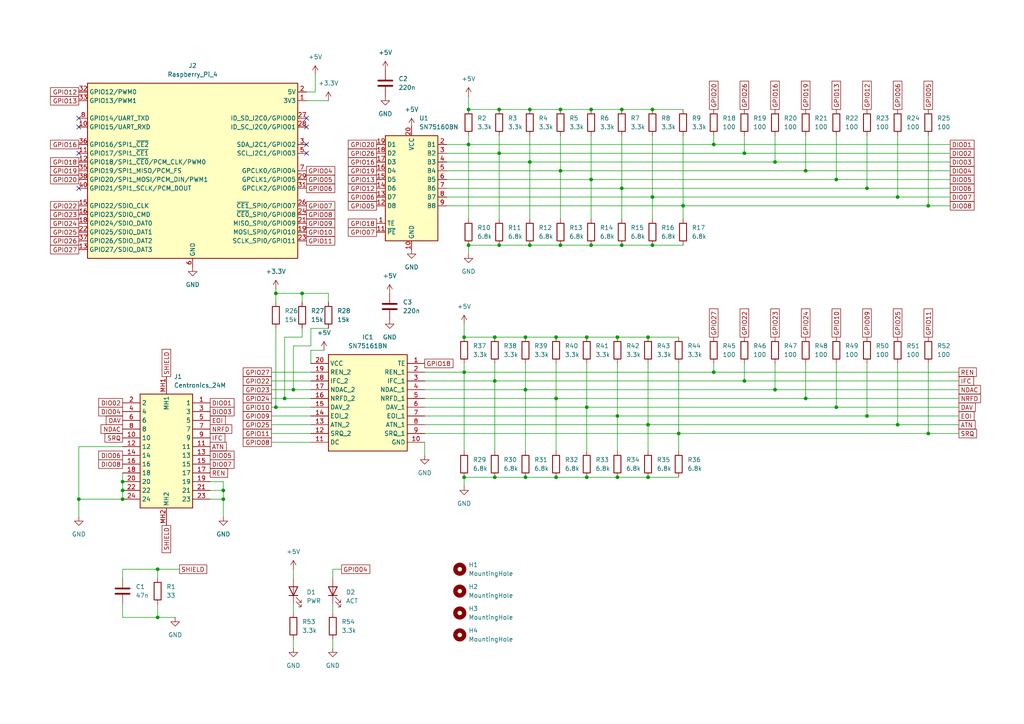
<source format=kicad_sch>
(kicad_sch (version 20231120) (generator "eeschema") (generator_version "8.0")
  (paper "A4")
  (junction (at 242.57 118.11))
  (junction (at 80.01 85.09))
  (junction (at 35.56 144.78))
  (junction (at 134.62 97.79))
  (junction (at 179.07 120.65))
  (junction (at 269.24 59.69))
  (junction (at 80.01 118.11))
  (junction (at 260.35 57.15))
  (junction (at 153.67 31.75))
  (junction (at 207.01 41.91))
  (junction (at 87.63 85.09))
  (junction (at 189.23 57.15))
  (junction (at 215.9 110.49))
  (junction (at 215.9 44.45))
  (junction (at 171.45 71.12))
  (junction (at 233.68 49.53))
  (junction (at 187.96 138.43))
  (junction (at 189.23 31.75))
  (junction (at 144.78 31.75))
  (junction (at 179.07 97.79))
  (junction (at 269.24 125.73))
  (junction (at 152.4 113.03))
  (junction (at 135.89 41.91))
  (junction (at 144.78 44.45))
  (junction (at 196.85 125.73))
  (junction (at 161.29 97.79))
  (junction (at 85.09 113.03))
  (junction (at 152.4 97.79))
  (junction (at 135.89 71.12))
  (junction (at 187.96 97.79))
  (junction (at 152.4 138.43))
  (junction (at 143.51 138.43))
  (junction (at 180.34 31.75))
  (junction (at 135.89 31.75))
  (junction (at 162.56 49.53))
  (junction (at 161.29 138.43))
  (junction (at 143.51 110.49))
  (junction (at 170.18 118.11))
  (junction (at 45.72 165.1))
  (junction (at 134.62 107.95))
  (junction (at 134.62 138.43))
  (junction (at 189.23 71.12))
  (junction (at 45.72 179.07))
  (junction (at 224.79 46.99))
  (junction (at 64.77 144.78))
  (junction (at 82.55 115.57))
  (junction (at 224.79 113.03))
  (junction (at 153.67 71.12))
  (junction (at 144.78 71.12))
  (junction (at 35.56 139.7))
  (junction (at 251.46 54.61))
  (junction (at 242.57 52.07))
  (junction (at 162.56 31.75))
  (junction (at 233.68 115.57))
  (junction (at 187.96 123.19))
  (junction (at 179.07 138.43))
  (junction (at 64.77 142.24))
  (junction (at 162.56 71.12))
  (junction (at 35.56 142.24))
  (junction (at 170.18 97.79))
  (junction (at 161.29 115.57))
  (junction (at 251.46 120.65))
  (junction (at 180.34 71.12))
  (junction (at 198.12 59.69))
  (junction (at 260.35 123.19))
  (junction (at 153.67 46.99))
  (junction (at 170.18 138.43))
  (junction (at 22.86 144.78))
  (junction (at 171.45 31.75))
  (junction (at 207.01 107.95))
  (junction (at 171.45 52.07))
  (junction (at 143.51 97.79))
  (junction (at 180.34 54.61))
  (no_connect (at 22.86 44.45))
  (no_connect (at 22.86 34.29))
  (no_connect (at 88.9 41.91))
  (no_connect (at 88.9 44.45))
  (no_connect (at 22.86 54.61))
  (no_connect (at 22.86 36.83))
  (no_connect (at 88.9 34.29))
  (no_connect (at 88.9 36.83))
  (wire (pts (xy 170.18 118.11) (xy 242.57 118.11)))
  (wire (pts (xy 78.74 123.19) (xy 90.17 123.19)))
  (wire (pts (xy 78.74 113.03) (xy 85.09 113.03)))
  (wire (pts (xy 64.77 142.24) (xy 64.77 144.78)))
  (wire (pts (xy 162.56 39.37) (xy 162.56 49.53)))
  (wire (pts (xy 233.68 39.37) (xy 233.68 49.53)))
  (wire (pts (xy 224.79 46.99) (xy 275.59 46.99)))
  (wire (pts (xy 90.17 95.25) (xy 95.25 95.25)))
  (wire (pts (xy 80.01 85.09) (xy 80.01 87.63)))
  (wire (pts (xy 134.62 97.79) (xy 143.51 97.79)))
  (wire (pts (xy 129.54 49.53) (xy 162.56 49.53)))
  (wire (pts (xy 153.67 39.37) (xy 153.67 46.99)))
  (wire (pts (xy 180.34 31.75) (xy 189.23 31.75)))
  (wire (pts (xy 45.72 165.1) (xy 45.72 167.64)))
  (wire (pts (xy 80.01 85.09) (xy 87.63 85.09)))
  (wire (pts (xy 96.52 175.26) (xy 96.52 177.8)))
  (wire (pts (xy 233.68 49.53) (xy 275.59 49.53)))
  (wire (pts (xy 198.12 59.69) (xy 269.24 59.69)))
  (wire (pts (xy 96.52 165.1) (xy 99.06 165.1)))
  (wire (pts (xy 35.56 139.7) (xy 35.56 142.24)))
  (wire (pts (xy 22.86 144.78) (xy 35.56 144.78)))
  (wire (pts (xy 129.54 57.15) (xy 189.23 57.15)))
  (wire (pts (xy 123.19 125.73) (xy 196.85 125.73)))
  (wire (pts (xy 189.23 39.37) (xy 189.23 57.15)))
  (wire (pts (xy 64.77 144.78) (xy 64.77 149.86)))
  (wire (pts (xy 90.17 101.6) (xy 90.17 105.41)))
  (wire (pts (xy 35.56 137.16) (xy 35.56 139.7)))
  (wire (pts (xy 134.62 105.41) (xy 134.62 107.95)))
  (wire (pts (xy 215.9 110.49) (xy 278.13 110.49)))
  (wire (pts (xy 196.85 125.73) (xy 269.24 125.73)))
  (wire (pts (xy 179.07 97.79) (xy 187.96 97.79)))
  (wire (pts (xy 85.09 100.33) (xy 90.17 100.33)))
  (wire (pts (xy 251.46 39.37) (xy 251.46 54.61)))
  (wire (pts (xy 135.89 31.75) (xy 144.78 31.75)))
  (wire (pts (xy 269.24 39.37) (xy 269.24 59.69)))
  (wire (pts (xy 129.54 46.99) (xy 153.67 46.99)))
  (wire (pts (xy 162.56 71.12) (xy 171.45 71.12)))
  (wire (pts (xy 85.09 185.42) (xy 85.09 187.96)))
  (wire (pts (xy 260.35 105.41) (xy 260.35 123.19)))
  (wire (pts (xy 189.23 57.15) (xy 260.35 57.15)))
  (wire (pts (xy 78.74 107.95) (xy 90.17 107.95)))
  (wire (pts (xy 88.9 26.67) (xy 91.44 26.67)))
  (wire (pts (xy 207.01 105.41) (xy 207.01 107.95)))
  (wire (pts (xy 64.77 139.7) (xy 64.77 142.24)))
  (wire (pts (xy 196.85 105.41) (xy 196.85 125.73)))
  (wire (pts (xy 269.24 125.73) (xy 278.13 125.73)))
  (wire (pts (xy 123.19 118.11) (xy 170.18 118.11)))
  (wire (pts (xy 144.78 71.12) (xy 153.67 71.12)))
  (wire (pts (xy 85.09 175.26) (xy 85.09 177.8)))
  (wire (pts (xy 135.89 41.91) (xy 207.01 41.91)))
  (wire (pts (xy 242.57 39.37) (xy 242.57 52.07)))
  (wire (pts (xy 152.4 130.81) (xy 152.4 113.03)))
  (wire (pts (xy 135.89 63.5) (xy 135.89 41.91)))
  (wire (pts (xy 260.35 57.15) (xy 275.59 57.15)))
  (wire (pts (xy 129.54 52.07) (xy 171.45 52.07)))
  (wire (pts (xy 143.51 138.43) (xy 152.4 138.43)))
  (wire (pts (xy 45.72 165.1) (xy 52.07 165.1)))
  (wire (pts (xy 144.78 44.45) (xy 215.9 44.45)))
  (wire (pts (xy 207.01 107.95) (xy 278.13 107.95)))
  (wire (pts (xy 187.96 138.43) (xy 196.85 138.43)))
  (wire (pts (xy 88.9 29.21) (xy 95.25 29.21)))
  (wire (pts (xy 78.74 120.65) (xy 90.17 120.65)))
  (wire (pts (xy 78.74 115.57) (xy 82.55 115.57)))
  (wire (pts (xy 162.56 31.75) (xy 171.45 31.75)))
  (wire (pts (xy 189.23 57.15) (xy 189.23 63.5)))
  (wire (pts (xy 87.63 85.09) (xy 95.25 85.09)))
  (wire (pts (xy 45.72 175.26) (xy 45.72 179.07)))
  (wire (pts (xy 91.44 26.67) (xy 91.44 21.59)))
  (wire (pts (xy 143.51 97.79) (xy 152.4 97.79)))
  (wire (pts (xy 215.9 105.41) (xy 215.9 110.49)))
  (wire (pts (xy 123.19 110.49) (xy 143.51 110.49)))
  (wire (pts (xy 153.67 31.75) (xy 162.56 31.75)))
  (wire (pts (xy 224.79 39.37) (xy 224.79 46.99)))
  (wire (pts (xy 35.56 129.54) (xy 22.86 129.54)))
  (wire (pts (xy 171.45 31.75) (xy 180.34 31.75)))
  (wire (pts (xy 90.17 100.33) (xy 90.17 95.25)))
  (wire (pts (xy 180.34 54.61) (xy 251.46 54.61)))
  (wire (pts (xy 170.18 138.43) (xy 179.07 138.43)))
  (wire (pts (xy 189.23 31.75) (xy 198.12 31.75)))
  (wire (pts (xy 22.86 129.54) (xy 22.86 144.78)))
  (wire (pts (xy 129.54 54.61) (xy 180.34 54.61)))
  (wire (pts (xy 161.29 138.43) (xy 170.18 138.43)))
  (wire (pts (xy 187.96 105.41) (xy 187.96 123.19)))
  (wire (pts (xy 82.55 115.57) (xy 90.17 115.57)))
  (wire (pts (xy 187.96 97.79) (xy 196.85 97.79)))
  (wire (pts (xy 35.56 179.07) (xy 45.72 179.07)))
  (wire (pts (xy 135.89 39.37) (xy 135.89 41.91)))
  (wire (pts (xy 153.67 46.99) (xy 224.79 46.99)))
  (wire (pts (xy 269.24 59.69) (xy 275.59 59.69)))
  (wire (pts (xy 161.29 115.57) (xy 161.29 130.81)))
  (wire (pts (xy 78.74 118.11) (xy 80.01 118.11)))
  (wire (pts (xy 170.18 118.11) (xy 170.18 130.81)))
  (wire (pts (xy 233.68 105.41) (xy 233.68 115.57)))
  (wire (pts (xy 153.67 71.12) (xy 162.56 71.12)))
  (wire (pts (xy 144.78 39.37) (xy 144.78 44.45)))
  (wire (pts (xy 207.01 41.91) (xy 275.59 41.91)))
  (wire (pts (xy 134.62 138.43) (xy 143.51 138.43)))
  (wire (pts (xy 170.18 97.79) (xy 179.07 97.79)))
  (wire (pts (xy 78.74 110.49) (xy 90.17 110.49)))
  (wire (pts (xy 78.74 125.73) (xy 90.17 125.73)))
  (wire (pts (xy 80.01 95.25) (xy 80.01 118.11)))
  (wire (pts (xy 189.23 71.12) (xy 198.12 71.12)))
  (wire (pts (xy 129.54 44.45) (xy 144.78 44.45)))
  (wire (pts (xy 85.09 113.03) (xy 85.09 100.33)))
  (wire (pts (xy 242.57 105.41) (xy 242.57 118.11)))
  (wire (pts (xy 85.09 165.1) (xy 85.09 167.64)))
  (wire (pts (xy 153.67 46.99) (xy 153.67 63.5)))
  (wire (pts (xy 171.45 71.12) (xy 180.34 71.12)))
  (wire (pts (xy 198.12 59.69) (xy 198.12 63.5)))
  (wire (pts (xy 179.07 105.41) (xy 179.07 120.65)))
  (wire (pts (xy 123.19 115.57) (xy 161.29 115.57)))
  (wire (pts (xy 135.89 71.12) (xy 144.78 71.12)))
  (wire (pts (xy 80.01 83.82) (xy 80.01 85.09)))
  (wire (pts (xy 260.35 123.19) (xy 278.13 123.19)))
  (wire (pts (xy 96.52 185.42) (xy 96.52 187.96)))
  (wire (pts (xy 35.56 142.24) (xy 35.56 144.78)))
  (wire (pts (xy 85.09 113.03) (xy 90.17 113.03)))
  (wire (pts (xy 60.96 139.7) (xy 64.77 139.7)))
  (wire (pts (xy 179.07 138.43) (xy 187.96 138.43)))
  (wire (pts (xy 35.56 175.26) (xy 35.56 179.07)))
  (wire (pts (xy 35.56 165.1) (xy 45.72 165.1)))
  (wire (pts (xy 179.07 120.65) (xy 251.46 120.65)))
  (wire (pts (xy 260.35 39.37) (xy 260.35 57.15)))
  (wire (pts (xy 135.89 71.12) (xy 135.89 73.66)))
  (wire (pts (xy 152.4 105.41) (xy 152.4 113.03)))
  (wire (pts (xy 144.78 31.75) (xy 153.67 31.75)))
  (wire (pts (xy 60.96 144.78) (xy 64.77 144.78)))
  (wire (pts (xy 162.56 49.53) (xy 233.68 49.53)))
  (wire (pts (xy 187.96 123.19) (xy 260.35 123.19)))
  (wire (pts (xy 134.62 138.43) (xy 134.62 140.97)))
  (wire (pts (xy 22.86 144.78) (xy 22.86 149.86)))
  (wire (pts (xy 144.78 44.45) (xy 144.78 63.5)))
  (wire (pts (xy 161.29 115.57) (xy 233.68 115.57)))
  (wire (pts (xy 123.19 107.95) (xy 134.62 107.95)))
  (wire (pts (xy 123.19 113.03) (xy 152.4 113.03)))
  (wire (pts (xy 162.56 49.53) (xy 162.56 63.5)))
  (wire (pts (xy 152.4 113.03) (xy 224.79 113.03)))
  (wire (pts (xy 215.9 44.45) (xy 275.59 44.45)))
  (wire (pts (xy 242.57 118.11) (xy 278.13 118.11)))
  (wire (pts (xy 171.45 52.07) (xy 242.57 52.07)))
  (wire (pts (xy 180.34 71.12) (xy 189.23 71.12)))
  (wire (pts (xy 196.85 125.73) (xy 196.85 130.81)))
  (wire (pts (xy 134.62 107.95) (xy 207.01 107.95)))
  (wire (pts (xy 80.01 118.11) (xy 90.17 118.11)))
  (wire (pts (xy 215.9 39.37) (xy 215.9 44.45)))
  (wire (pts (xy 123.19 120.65) (xy 179.07 120.65)))
  (wire (pts (xy 93.98 101.6) (xy 90.17 101.6)))
  (wire (pts (xy 82.55 115.57) (xy 82.55 97.79)))
  (wire (pts (xy 251.46 105.41) (xy 251.46 120.65)))
  (wire (pts (xy 123.19 128.27) (xy 123.19 132.08)))
  (wire (pts (xy 95.25 87.63) (xy 95.25 85.09)))
  (wire (pts (xy 143.51 105.41) (xy 143.51 110.49)))
  (wire (pts (xy 251.46 54.61) (xy 275.59 54.61)))
  (wire (pts (xy 143.51 110.49) (xy 215.9 110.49)))
  (wire (pts (xy 87.63 97.79) (xy 87.63 95.25)))
  (wire (pts (xy 129.54 41.91) (xy 135.89 41.91)))
  (wire (pts (xy 242.57 52.07) (xy 275.59 52.07)))
  (wire (pts (xy 96.52 167.64) (xy 96.52 165.1)))
  (wire (pts (xy 161.29 105.41) (xy 161.29 115.57)))
  (wire (pts (xy 171.45 39.37) (xy 171.45 52.07)))
  (wire (pts (xy 87.63 87.63) (xy 87.63 85.09)))
  (wire (pts (xy 170.18 105.41) (xy 170.18 118.11)))
  (wire (pts (xy 179.07 120.65) (xy 179.07 130.81)))
  (wire (pts (xy 78.74 128.27) (xy 90.17 128.27)))
  (wire (pts (xy 269.24 105.41) (xy 269.24 125.73)))
  (wire (pts (xy 233.68 115.57) (xy 278.13 115.57)))
  (wire (pts (xy 129.54 59.69) (xy 198.12 59.69)))
  (wire (pts (xy 60.96 142.24) (xy 64.77 142.24)))
  (wire (pts (xy 207.01 39.37) (xy 207.01 41.91)))
  (wire (pts (xy 35.56 167.64) (xy 35.56 165.1)))
  (wire (pts (xy 134.62 107.95) (xy 134.62 130.81)))
  (wire (pts (xy 134.62 93.98) (xy 134.62 97.79)))
  (wire (pts (xy 135.89 27.94) (xy 135.89 31.75)))
  (wire (pts (xy 198.12 39.37) (xy 198.12 59.69)))
  (wire (pts (xy 171.45 52.07) (xy 171.45 63.5)))
  (wire (pts (xy 187.96 123.19) (xy 187.96 130.81)))
  (wire (pts (xy 161.29 97.79) (xy 170.18 97.79)))
  (wire (pts (xy 82.55 97.79) (xy 87.63 97.79)))
  (wire (pts (xy 224.79 113.03) (xy 278.13 113.03)))
  (wire (pts (xy 251.46 120.65) (xy 278.13 120.65)))
  (wire (pts (xy 45.72 179.07) (xy 50.8 179.07)))
  (wire (pts (xy 152.4 97.79) (xy 161.29 97.79)))
  (wire (pts (xy 180.34 39.37) (xy 180.34 54.61)))
  (wire (pts (xy 224.79 105.41) (xy 224.79 113.03)))
  (wire (pts (xy 180.34 54.61) (xy 180.34 63.5)))
  (wire (pts (xy 123.19 123.19) (xy 187.96 123.19)))
  (wire (pts (xy 143.51 110.49) (xy 143.51 130.81)))
  (wire (pts (xy 152.4 138.43) (xy 161.29 138.43)))
  (global_label "GPIO07" (shape passive) (at 88.9 59.69 0) (property "Intersheetrefs" "${INTERSHEET_REFS}" (effects (hide yes))))
  (global_label "GPIO06" (shape passive) (at 88.9 54.61 0) (property "Intersheetrefs" "${INTERSHEET_REFS}" (effects (hide yes))))
  (global_label "NRFD" (shape passive) (at 60.96 124.46 0) (property "Intersheetrefs" "${INTERSHEET_REFS}" (effects (hide yes))))
  (global_label "DIO05" (shape passive) (at 60.96 132.08 0) (property "Intersheetrefs" "${INTERSHEET_REFS}" (effects (hide yes))))
  (global_label "SHIELD" (shape passive) (at 48.26 109.22 90) (property "Intersheetrefs" "${INTERSHEET_REFS}" (effects (hide yes))))
  (global_label "REN" (shape passive) (at 60.96 137.16 0) (property "Intersheetrefs" "${INTERSHEET_REFS}" (effects (hide yes))))
  (global_label "GPIO12" (shape passive) (at 251.46 31.75 90) (property "Intersheetrefs" "${INTERSHEET_REFS}" (effects (hide yes))))
  (global_label "GPIO18" (shape passive) (at 109.22 64.77 180) (property "Intersheetrefs" "${INTERSHEET_REFS}" (effects (hide yes))))
  (global_label "GPIO24" (shape passive) (at 22.86 64.77 180) (property "Intersheetrefs" "${INTERSHEET_REFS}" (effects (hide yes))))
  (global_label "GPIO04" (shape passive) (at 99.06 165.1 0) (property "Intersheetrefs" "${INTERSHEET_REFS}" (effects (hide yes))))
  (global_label "GPIO16" (shape passive) (at 224.79 31.75 90) (property "Intersheetrefs" "${INTERSHEET_REFS}" (effects (hide yes))))
  (global_label "DIO02" (shape passive) (at 35.56 116.84 180) (property "Intersheetrefs" "${INTERSHEET_REFS}" (effects (hide yes))))
  (global_label "GPIO19" (shape passive) (at 109.22 49.53 180) (property "Intersheetrefs" "${INTERSHEET_REFS}" (effects (hide yes))))
  (global_label "EOI" (shape passive) (at 60.96 121.92 0) (property "Intersheetrefs" "${INTERSHEET_REFS}" (effects (hide yes))))
  (global_label "IFC" (shape passive) (at 60.96 127 0) (property "Intersheetrefs" "${INTERSHEET_REFS}" (effects (hide yes))))
  (global_label "DIO03" (shape passive) (at 275.59 46.99 0) (property "Intersheetrefs" "${INTERSHEET_REFS}" (effects (hide yes))))
  (global_label "DIO01" (shape passive) (at 60.96 116.84 0) (property "Intersheetrefs" "${INTERSHEET_REFS}" (effects (hide yes))))
  (global_label "EOI" (shape passive) (at 278.13 120.65 0) (property "Intersheetrefs" "${INTERSHEET_REFS}" (effects (hide yes))))
  (global_label "REN" (shape passive) (at 278.13 107.95 0) (property "Intersheetrefs" "${INTERSHEET_REFS}" (effects (hide yes))))
  (global_label "DIO08" (shape passive) (at 35.56 134.62 180) (property "Intersheetrefs" "${INTERSHEET_REFS}" (effects (hide yes))))
  (global_label "GPIO27" (shape passive) (at 207.01 97.79 90) (property "Intersheetrefs" "${INTERSHEET_REFS}" (effects (hide yes))))
  (global_label "GPIO16" (shape passive) (at 109.22 46.99 180) (property "Intersheetrefs" "${INTERSHEET_REFS}" (effects (hide yes))))
  (global_label "GPIO19" (shape passive) (at 22.86 49.53 180) (property "Intersheetrefs" "${INTERSHEET_REFS}" (effects (hide yes))))
  (global_label "GPIO09" (shape passive) (at 88.9 64.77 0) (property "Intersheetrefs" "${INTERSHEET_REFS}" (effects (hide yes))))
  (global_label "GPIO24" (shape passive) (at 78.74 115.57 180) (property "Intersheetrefs" "${INTERSHEET_REFS}" (effects (hide yes))))
  (global_label "GPIO05" (shape passive) (at 269.24 31.75 90) (property "Intersheetrefs" "${INTERSHEET_REFS}" (effects (hide yes))))
  (global_label "DIO07" (shape passive) (at 60.96 134.62 0) (property "Intersheetrefs" "${INTERSHEET_REFS}" (effects (hide yes))))
  (global_label "GPIO05" (shape passive) (at 109.22 59.69 180) (property "Intersheetrefs" "${INTERSHEET_REFS}" (effects (hide yes))))
  (global_label "GPIO08" (shape passive) (at 88.9 62.23 0) (property "Intersheetrefs" "${INTERSHEET_REFS}" (effects (hide yes))))
  (global_label "GPIO26" (shape passive) (at 109.22 44.45 180) (property "Intersheetrefs" "${INTERSHEET_REFS}" (effects (hide yes))))
  (global_label "GPIO22" (shape passive) (at 215.9 97.79 90) (property "Intersheetrefs" "${INTERSHEET_REFS}" (effects (hide yes))))
  (global_label "DAV" (shape passive) (at 278.13 118.11 0) (property "Intersheetrefs" "${INTERSHEET_REFS}" (effects (hide yes))))
  (global_label "GPIO12" (shape passive) (at 109.22 54.61 180) (property "Intersheetrefs" "${INTERSHEET_REFS}" (effects (hide yes))))
  (global_label "GPIO26" (shape passive) (at 22.86 69.85 180) (property "Intersheetrefs" "${INTERSHEET_REFS}" (effects (hide yes))))
  (global_label "GPIO13" (shape passive) (at 22.86 29.21 180) (property "Intersheetrefs" "${INTERSHEET_REFS}" (effects (hide yes))))
  (global_label "GPIO25" (shape passive) (at 260.35 97.79 90) (property "Intersheetrefs" "${INTERSHEET_REFS}" (effects (hide yes))))
  (global_label "ATN" (shape passive) (at 278.13 123.19 0) (property "Intersheetrefs" "${INTERSHEET_REFS}" (effects (hide yes))))
  (global_label "GPIO13" (shape passive) (at 109.22 52.07 180) (property "Intersheetrefs" "${INTERSHEET_REFS}" (effects (hide yes))))
  (global_label "GPIO23" (shape passive) (at 78.74 113.03 180) (property "Intersheetrefs" "${INTERSHEET_REFS}" (effects (hide yes))))
  (global_label "SRQ" (shape passive) (at 35.56 127 180) (property "Intersheetrefs" "${INTERSHEET_REFS}" (effects (hide yes))))
  (global_label "NDAC" (shape passive) (at 35.56 124.46 180) (property "Intersheetrefs" "${INTERSHEET_REFS}" (effects (hide yes))))
  (global_label "GPIO27" (shape passive) (at 78.74 107.95 180) (property "Intersheetrefs" "${INTERSHEET_REFS}" (effects (hide yes))))
  (global_label "GPIO10" (shape passive) (at 242.57 97.79 90) (property "Intersheetrefs" "${INTERSHEET_REFS}" (effects (hide yes))))
  (global_label "GPIO13" (shape passive) (at 242.57 31.75 90) (property "Intersheetrefs" "${INTERSHEET_REFS}" (effects (hide yes))))
  (global_label "GPIO25" (shape passive) (at 22.86 67.31 180) (property "Intersheetrefs" "${INTERSHEET_REFS}" (effects (hide yes))))
  (global_label "GPIO24" (shape passive) (at 233.68 97.79 90) (property "Intersheetrefs" "${INTERSHEET_REFS}" (effects (hide yes))))
  (global_label "DIO04" (shape passive) (at 275.59 49.53 0) (property "Intersheetrefs" "${INTERSHEET_REFS}" (effects (hide yes))))
  (global_label "GPIO11" (shape passive) (at 269.24 97.79 90) (property "Intersheetrefs" "${INTERSHEET_REFS}" (effects (hide yes))))
  (global_label "DIO08" (shape passive) (at 275.59 59.69 0) (property "Intersheetrefs" "${INTERSHEET_REFS}" (effects (hide yes))))
  (global_label "GPIO16" (shape passive) (at 22.86 41.91 180) (property "Intersheetrefs" "${INTERSHEET_REFS}" (effects (hide yes))))
  (global_label "DIO03" (shape passive) (at 60.96 119.38 0) (property "Intersheetrefs" "${INTERSHEET_REFS}" (effects (hide yes))))
  (global_label "GPIO20" (shape passive) (at 207.01 31.75 90) (property "Intersheetrefs" "${INTERSHEET_REFS}" (effects (hide yes))))
  (global_label "SHIELD" (shape passive) (at 52.07 165.1 0) (property "Intersheetrefs" "${INTERSHEET_REFS}" (effects (hide yes))))
  (global_label "GPIO06" (shape passive) (at 109.22 57.15 180) (property "Intersheetrefs" "${INTERSHEET_REFS}" (effects (hide yes))))
  (global_label "DAV" (shape passive) (at 35.56 121.92 180) (property "Intersheetrefs" "${INTERSHEET_REFS}" (effects (hide yes))))
  (global_label "GPIO18" (shape passive) (at 22.86 46.99 180) (property "Intersheetrefs" "${INTERSHEET_REFS}" (effects (hide yes))))
  (global_label "GPIO09" (shape passive) (at 251.46 97.79 90) (property "Intersheetrefs" "${INTERSHEET_REFS}" (effects (hide yes))))
  (global_label "ATN" (shape passive) (at 60.96 129.54 0) (property "Intersheetrefs" "${INTERSHEET_REFS}" (effects (hide yes))))
  (global_label "GPIO08" (shape passive) (at 78.74 128.27 180) (property "Intersheetrefs" "${INTERSHEET_REFS}" (effects (hide yes))))
  (global_label "GPIO06" (shape passive) (at 260.35 31.75 90) (property "Intersheetrefs" "${INTERSHEET_REFS}" (effects (hide yes))))
  (global_label "GPIO23" (shape passive) (at 224.79 97.79 90) (property "Intersheetrefs" "${INTERSHEET_REFS}" (effects (hide yes))))
  (global_label "GPIO05" (shape passive) (at 88.9 52.07 0) (property "Intersheetrefs" "${INTERSHEET_REFS}" (effects (hide yes))))
  (global_label "DIO06" (shape passive) (at 275.59 54.61 0) (property "Intersheetrefs" "${INTERSHEET_REFS}" (effects (hide yes))))
  (global_label "GPIO18" (shape passive) (at 123.19 105.41 0) (property "Intersheetrefs" "${INTERSHEET_REFS}" (effects (hide yes))))
  (global_label "DIO07" (shape passive) (at 275.59 57.15 0) (property "Intersheetrefs" "${INTERSHEET_REFS}" (effects (hide yes))))
  (global_label "SRQ" (shape passive) (at 278.13 125.73 0) (property "Intersheetrefs" "${INTERSHEET_REFS}" (effects (hide yes))))
  (global_label "GPIO09" (shape passive) (at 78.74 120.65 180) (property "Intersheetrefs" "${INTERSHEET_REFS}" (effects (hide yes))))
  (global_label "GPIO11" (shape passive) (at 88.9 69.85 0) (property "Intersheetrefs" "${INTERSHEET_REFS}" (effects (hide yes))))
  (global_label "DIO01" (shape passive) (at 275.59 41.91 0) (property "Intersheetrefs" "${INTERSHEET_REFS}" (effects (hide yes))))
  (global_label "GPIO12" (shape passive) (at 22.86 26.67 180) (property "Intersheetrefs" "${INTERSHEET_REFS}" (effects (hide yes))))
  (global_label "SHIELD" (shape passive) (at 48.26 152.4 270) (property "Intersheetrefs" "${INTERSHEET_REFS}" (effects (hide yes))))
  (global_label "GPIO19" (shape passive) (at 233.68 31.75 90) (property "Intersheetrefs" "${INTERSHEET_REFS}" (effects (hide yes))))
  (global_label "NDAC" (shape passive) (at 278.13 113.03 0) (property "Intersheetrefs" "${INTERSHEET_REFS}" (effects (hide yes))))
  (global_label "GPIO20" (shape passive) (at 22.86 52.07 180) (property "Intersheetrefs" "${INTERSHEET_REFS}" (effects (hide yes))))
  (global_label "GPIO10" (shape passive) (at 78.74 118.11 180) (property "Intersheetrefs" "${INTERSHEET_REFS}" (effects (hide yes))))
  (global_label "GPIO27" (shape passive) (at 22.86 72.39 180) (property "Intersheetrefs" "${INTERSHEET_REFS}" (effects (hide yes))))
  (global_label "GPIO26" (shape passive) (at 215.9 31.75 90) (property "Intersheetrefs" "${INTERSHEET_REFS}" (effects (hide yes))))
  (global_label "GPIO04" (shape passive) (at 88.9 49.53 0) (property "Intersheetrefs" "${INTERSHEET_REFS}" (effects (hide yes))))
  (global_label "DIO04" (shape passive) (at 35.56 119.38 180) (property "Intersheetrefs" "${INTERSHEET_REFS}" (effects (hide yes))))
  (global_label "GPIO22" (shape passive) (at 78.74 110.49 180) (property "Intersheetrefs" "${INTERSHEET_REFS}" (effects (hide yes))))
  (global_label "GPIO11" (shape passive) (at 78.74 125.73 180) (property "Intersheetrefs" "${INTERSHEET_REFS}" (effects (hide yes))))
  (global_label "GPIO22" (shape passive) (at 22.86 59.69 180) (property "Intersheetrefs" "${INTERSHEET_REFS}" (effects (hide yes))))
  (global_label "GPIO10" (shape passive) (at 88.9 67.31 0) (property "Intersheetrefs" "${INTERSHEET_REFS}" (effects (hide yes))))
  (global_label "DIO02" (shape passive) (at 275.59 44.45 0) (property "Intersheetrefs" "${INTERSHEET_REFS}" (effects (hide yes))))
  (global_label "GPIO25" (shape passive) (at 78.74 123.19 180) (property "Intersheetrefs" "${INTERSHEET_REFS}" (effects (hide yes))))
  (global_label "NRFD" (shape passive) (at 278.13 115.57 0) (property "Intersheetrefs" "${INTERSHEET_REFS}" (effects (hide yes))))
  (global_label "IFC" (shape passive) (at 278.13 110.49 0) (property "Intersheetrefs" "${INTERSHEET_REFS}" (effects (hide yes))))
  (global_label "GPIO20" (shape passive) (at 109.22 41.91 180) (property "Intersheetrefs" "${INTERSHEET_REFS}" (effects (hide yes))))
  (global_label "GPIO23" (shape passive) (at 22.86 62.23 180) (property "Intersheetrefs" "${INTERSHEET_REFS}" (effects (hide yes))))
  (global_label "DIO05" (shape passive) (at 275.59 52.07 0) (property "Intersheetrefs" "${INTERSHEET_REFS}" (effects (hide yes))))
  (global_label "DIO06" (shape passive) (at 35.56 132.08 180) (property "Intersheetrefs" "${INTERSHEET_REFS}" (effects (hide yes))))
  (global_label "GPIO07" (shape passive) (at 109.22 67.31 180) (property "Intersheetrefs" "${INTERSHEET_REFS}" (effects (hide yes))))
  (symbol (lib_id "Device:R") (at 187.96 101.6 0) (unit 1)
    (property "Reference" "R43" (at 190.5 100.3299 0) (effects (justify left)))
    (property "Value" "3.3k" (at 190.5 102.8699 0) (effects (justify left)))
    (property "Footprint" "Resistor_THT:R_Axial_DIN0207_L6.3mm_D2.5mm_P2.54mm_Vertical" (effects (hide yes)))
    (property "Description" "Resistor" (effects (hide yes)))
  )
  (symbol (lib_id "Device:R") (at 85.09 181.61 0) (unit 1)
    (property "Reference" "R53" (at 87.63 180.3399 0) (effects (justify left)))
    (property "Value" "3.3k" (at 87.63 182.8799 0) (effects (justify left)))
    (property "Footprint" "Resistor_THT:R_Axial_DIN0207_L6.3mm_D2.5mm_P2.54mm_Vertical" (effects (hide yes)))
    (property "Description" "Resistor" (effects (hide yes)))
  )
  (symbol (lib_id "Device:R") (at 45.72 171.45 180) (unit 1)
    (property "Reference" "R1" (at 48.26 170.1799 0) (effects (justify right)))
    (property "Value" "33" (at 48.26 172.7199 0) (effects (justify right)))
    (property "Footprint" "Resistor_THT:R_Axial_DIN0207_L6.3mm_D2.5mm_P2.54mm_Vertical" (effects (hide yes)))
    (property "Description" "Resistor" (effects (hide yes)))
  )
  (symbol (lib_id "Device:R") (at 153.67 35.56 0) (unit 1)
    (property "Reference" "R4" (at 156.21 34.2899 0) (effects (justify left)))
    (property "Value" "3.3k" (at 156.21 36.8299 0) (effects (justify left)))
    (property "Footprint" "Resistor_THT:R_Axial_DIN0207_L6.3mm_D2.5mm_P2.54mm_Vertical" (effects (hide yes)))
    (property "Description" "Resistor" (effects (hide yes)))
  )
  (symbol (lib_id "Device:R") (at 180.34 35.56 0) (unit 1)
    (property "Reference" "R7" (at 182.88 34.2899 0) (effects (justify left)))
    (property "Value" "3.3k" (at 182.88 36.8299 0) (effects (justify left)))
    (property "Footprint" "Resistor_THT:R_Axial_DIN0207_L6.3mm_D2.5mm_P2.54mm_Vertical" (effects (hide yes)))
    (property "Description" "Resistor" (effects (hide yes)))
  )
  (symbol (lib_id "power:GND") (at 135.89 73.66 0) (unit 1)
    (property "Reference" "#PWR010" (effects (hide yes)))
    (property "Value" "GND" (at 135.89 78.74 0))
    (property "Description" "Power symbol creates a global label with name \"GND\" , ground" (effects (hide yes)))
  )
  (symbol (lib_id "Device:R") (at 242.57 35.56 0) (unit 1)
    (property "Reference" "R22" (at 245.11 34.2899 0) (effects (justify left)))
    (property "Value" "100" (at 245.11 36.8299 0) (effects (justify left)))
    (property "Footprint" "Resistor_THT:R_Axial_DIN0207_L6.3mm_D2.5mm_P2.54mm_Vertical" (effects (hide yes)))
    (property "Description" "Resistor" (effects (hide yes)))
  )
  (symbol (lib_id "Device:R") (at 95.25 91.44 0) (unit 1)
    (property "Reference" "R28" (at 97.79 90.1699 0) (effects (justify left)))
    (property "Value" "15k" (at 97.79 92.7099 0) (effects (justify left)))
    (property "Footprint" "Resistor_THT:R_Axial_DIN0207_L6.3mm_D2.5mm_P2.54mm_Vertical" (effects (hide yes)))
    (property "Description" "Resistor" (effects (hide yes)))
  )
  (symbol (lib_id "power:+5V") (at 134.62 93.98 0) (unit 1)
    (property "Reference" "#PWR015" (effects (hide yes)))
    (property "Value" "+5V" (at 134.62 88.9 0))
    (property "Description" "Power symbol creates a global label with name \"+5V\"" (effects (hide yes)))
  )
  (symbol (lib_id "Device:R") (at 152.4 101.6 0) (unit 1)
    (property "Reference" "R39" (at 154.94 100.3299 0) (effects (justify left)))
    (property "Value" "3.3k" (at 154.94 102.8699 0) (effects (justify left)))
    (property "Footprint" "Resistor_THT:R_Axial_DIN0207_L6.3mm_D2.5mm_P2.54mm_Vertical" (effects (hide yes)))
    (property "Description" "Resistor" (effects (hide yes)))
  )
  (symbol (lib_id "power:+5V") (at 135.89 27.94 0) (unit 1)
    (property "Reference" "#PWR07" (effects (hide yes)))
    (property "Value" "+5V" (at 135.89 22.86 0))
    (property "Description" "Power symbol creates a global label with name \"+5V\"" (effects (hide yes)))
  )
  (symbol (lib_id "Device:R") (at 87.63 91.44 0) (unit 1)
    (property "Reference" "R27" (at 90.17 90.1699 0) (effects (justify left)))
    (property "Value" "15k" (at 90.17 92.7099 0) (effects (justify left)))
    (property "Footprint" "Resistor_THT:R_Axial_DIN0207_L6.3mm_D2.5mm_P2.54mm_Vertical" (effects (hide yes)))
    (property "Description" "Resistor" (effects (hide yes)))
  )
  (symbol (lib_id "power:+5V") (at 113.03 85.09 0) (unit 1)
    (property "Reference" "#PWR018" (effects (hide yes)))
    (property "Value" "+5V" (at 113.03 80.01 0))
    (property "Description" "Power symbol creates a global label with name \"+5V\"" (effects (hide yes)))
  )
  (symbol (lib_id "SN75161:SN75161BN") (at 123.19 105.41 0) (mirror y) (unit 1)
    (property "Reference" "IC1" (at 106.68 97.79 0))
    (property "Value" "SN75161BN" (at 106.68 100.33 0))
    (property "Footprint" "Package_DIP:DIP-20_W7.62mm" (effects (hide yes)))
    (property "Datasheet" "https://www.ti.com/lit/ds/symlink/sn75161b.pdf?ts=1620992531475&ref_url=https%253A%252F%252Fwww.ti.com%252Fstore%252Fti%252Fen%252Fp%252Fproduct%252F%253Fp%253DSN75161BN%2526keyMatch%253DSN75161BN%2526tisearch%253Dsearch-everything" (effects (hide yes)))
    (property "Description" "Texas Instruments SN75161BNE4, Line Transceiver, 20-Pin PDIP" (effects (hide yes)))
    (property "Height" "5.08" (effects (hide yes)))
    (property "Manufacturer_Name" "Texas Instruments" (effects (hide yes)))
    (property "Manufacturer_Part_Number" "SN75161BN" (effects (hide yes)))
  )
  (symbol (lib_id "power:GND") (at 64.77 149.86 0) (unit 1)
    (property "Reference" "#PWR05" (effects (hide yes)))
    (property "Value" "GND" (at 64.77 154.94 0))
    (property "Description" "Power symbol creates a global label with name \"GND\" , ground" (effects (hide yes)))
  )
  (symbol (lib_id "Device:R") (at 224.79 35.56 0) (unit 1)
    (property "Reference" "R20" (at 227.33 34.2899 0) (effects (justify left)))
    (property "Value" "100" (at 227.33 36.8299 0) (effects (justify left)))
    (property "Footprint" "Resistor_THT:R_Axial_DIN0207_L6.3mm_D2.5mm_P2.54mm_Vertical" (effects (hide yes)))
    (property "Description" "Resistor" (effects (hide yes)))
  )
  (symbol (lib_id "Device:R") (at 171.45 35.56 0) (unit 1)
    (property "Reference" "R6" (at 173.99 34.2899 0) (effects (justify left)))
    (property "Value" "3.3k" (at 173.99 36.8299 0) (effects (justify left)))
    (property "Footprint" "Resistor_THT:R_Axial_DIN0207_L6.3mm_D2.5mm_P2.54mm_Vertical" (effects (hide yes)))
    (property "Description" "Resistor" (effects (hide yes)))
  )
  (symbol (lib_id "Device:R") (at 135.89 35.56 0) (unit 1)
    (property "Reference" "R2" (at 138.43 34.2899 0) (effects (justify left)))
    (property "Value" "3.3k" (at 138.43 36.8299 0) (effects (justify left)))
    (property "Footprint" "Resistor_THT:R_Axial_DIN0207_L6.3mm_D2.5mm_P2.54mm_Vertical" (effects (hide yes)))
    (property "Description" "Resistor" (effects (hide yes)))
  )
  (symbol (lib_id "Device:LED") (at 96.52 171.45 90) (unit 1)
    (property "Reference" "D2" (at 100.33 171.7674 90) (effects (justify right)))
    (property "Value" "ACT" (at 100.33 174.3074 90) (effects (justify right)))
    (property "Footprint" "LED_THT:LED_D3.0mm" (effects (hide yes)))
    (property "Description" "Light emitting diode" (effects (hide yes)))
  )
  (symbol (lib_id "power:GND") (at 119.38 72.39 0) (unit 1)
    (property "Reference" "#PWR08" (effects (hide yes)))
    (property "Value" "GND" (at 119.38 77.47 0))
    (property "Description" "Power symbol creates a global label with name \"GND\" , ground" (effects (hide yes)))
  )
  (symbol (lib_id "power:GND") (at 123.19 132.08 0) (unit 1)
    (property "Reference" "#PWR012" (effects (hide yes)))
    (property "Value" "GND" (at 123.19 137.16 0))
    (property "Description" "Power symbol creates a global label with name \"GND\" , ground" (effects (hide yes)))
  )
  (symbol (lib_id "Device:R") (at 179.07 134.62 0) (unit 1)
    (property "Reference" "R34" (at 181.61 133.3499 0) (effects (justify left)))
    (property "Value" "6.8k" (at 181.61 135.8899 0) (effects (justify left)))
    (property "Footprint" "Resistor_THT:R_Axial_DIN0207_L6.3mm_D2.5mm_P2.54mm_Vertical" (effects (hide yes)))
    (property "Description" "Resistor" (effects (hide yes)))
  )
  (symbol (lib_id "power:GND") (at 85.09 187.96 0) (unit 1)
    (property "Reference" "#PWR021" (effects (hide yes)))
    (property "Value" "GND" (at 85.09 193.04 0))
    (property "Description" "Power symbol creates a global label with name \"GND\" , ground" (effects (hide yes)))
  )
  (symbol (lib_id "Device:R") (at 251.46 101.6 0) (unit 1)
    (property "Reference" "R50" (at 254 100.3299 0) (effects (justify left)))
    (property "Value" "100" (at 254 102.8699 0) (effects (justify left)))
    (property "Footprint" "Resistor_THT:R_Axial_DIN0207_L6.3mm_D2.5mm_P2.54mm_Vertical" (effects (hide yes)))
    (property "Description" "Resistor" (effects (hide yes)))
  )
  (symbol (lib_id "power:+5V") (at 111.76 20.32 0) (unit 1)
    (property "Reference" "#PWR016" (effects (hide yes)))
    (property "Value" "+5V" (at 111.76 15.24 0))
    (property "Description" "Power symbol creates a global label with name \"+5V\"" (effects (hide yes)))
  )
  (symbol (lib_id "Device:R") (at 161.29 134.62 0) (unit 1)
    (property "Reference" "R32" (at 163.83 133.3499 0) (effects (justify left)))
    (property "Value" "6.8k" (at 163.83 135.8899 0) (effects (justify left)))
    (property "Footprint" "Resistor_THT:R_Axial_DIN0207_L6.3mm_D2.5mm_P2.54mm_Vertical" (effects (hide yes)))
    (property "Description" "Resistor" (effects (hide yes)))
  )
  (symbol (lib_id "Mechanical:MountingHole") (at 133.35 177.8 0) (unit 1) (exclude_from_sim yes) (in_bom no)
    (property "Reference" "H3" (at 135.89 176.5299 0) (effects (justify left)))
    (property "Value" "MountingHole" (at 135.89 179.0699 0) (effects (justify left)))
    (property "Footprint" "MountingHole:MountingHole_3.2mm_M3" (effects (hide yes)))
    (property "Description" "Mounting Hole without connection" (effects (hide yes)))
  )
  (symbol (lib_id "Device:R") (at 260.35 101.6 0) (unit 1)
    (property "Reference" "R51" (at 262.89 100.3299 0) (effects (justify left)))
    (property "Value" "100" (at 262.89 102.8699 0) (effects (justify left)))
    (property "Footprint" "Resistor_THT:R_Axial_DIN0207_L6.3mm_D2.5mm_P2.54mm_Vertical" (effects (hide yes)))
    (property "Description" "Resistor" (effects (hide yes)))
  )
  (symbol (lib_id "Device:R") (at 233.68 35.56 0) (unit 1)
    (property "Reference" "R21" (at 236.22 34.2899 0) (effects (justify left)))
    (property "Value" "100" (at 236.22 36.8299 0) (effects (justify left)))
    (property "Footprint" "Resistor_THT:R_Axial_DIN0207_L6.3mm_D2.5mm_P2.54mm_Vertical" (effects (hide yes)))
    (property "Description" "Resistor" (effects (hide yes)))
  )
  (symbol (lib_id "Device:C") (at 113.03 88.9 0) (unit 1)
    (property "Reference" "C3" (at 116.84 87.6299 0) (effects (justify left)))
    (property "Value" "220n" (at 116.84 90.1699 0) (effects (justify left)))
    (property "Footprint" "Capacitor_THT:C_Disc_D3.8mm_W2.6mm_P2.50mm" (effects (hide yes)))
    (property "Description" "Unpolarized capacitor" (effects (hide yes)))
  )
  (symbol (lib_id "Device:R") (at 170.18 101.6 0) (unit 1)
    (property "Reference" "R41" (at 172.72 100.3299 0) (effects (justify left)))
    (property "Value" "3.3k" (at 172.72 102.8699 0) (effects (justify left)))
    (property "Footprint" "Resistor_THT:R_Axial_DIN0207_L6.3mm_D2.5mm_P2.54mm_Vertical" (effects (hide yes)))
    (property "Description" "Resistor" (effects (hide yes)))
  )
  (symbol (lib_id "Device:R") (at 215.9 101.6 0) (unit 1)
    (property "Reference" "R46" (at 218.44 100.3299 0) (effects (justify left)))
    (property "Value" "100" (at 218.44 102.8699 0) (effects (justify left)))
    (property "Footprint" "Resistor_THT:R_Axial_DIN0207_L6.3mm_D2.5mm_P2.54mm_Vertical" (effects (hide yes)))
    (property "Description" "Resistor" (effects (hide yes)))
  )
  (symbol (lib_id "power:GND") (at 134.62 140.97 0) (unit 1)
    (property "Reference" "#PWR014" (effects (hide yes)))
    (property "Value" "GND" (at 134.62 146.05 0))
    (property "Description" "Power symbol creates a global label with name \"GND\" , ground" (effects (hide yes)))
  )
  (symbol (lib_id "Device:R") (at 198.12 67.31 0) (unit 1)
    (property "Reference" "R17" (at 200.66 66.0399 0) (effects (justify left)))
    (property "Value" "6.8k" (at 200.66 68.5799 0) (effects (justify left)))
    (property "Footprint" "Resistor_THT:R_Axial_DIN0207_L6.3mm_D2.5mm_P2.54mm_Vertical" (effects (hide yes)))
    (property "Description" "Resistor" (effects (hide yes)))
  )
  (symbol (lib_id "power:GND") (at 22.86 149.86 0) (unit 1)
    (property "Reference" "#PWR04" (effects (hide yes)))
    (property "Value" "GND" (at 22.86 154.94 0))
    (property "Description" "Power symbol creates a global label with name \"GND\" , ground" (effects (hide yes)))
  )
  (symbol (lib_id "Device:R") (at 242.57 101.6 0) (unit 1)
    (property "Reference" "R49" (at 245.11 100.3299 0) (effects (justify left)))
    (property "Value" "100" (at 245.11 102.8699 0) (effects (justify left)))
    (property "Footprint" "Resistor_THT:R_Axial_DIN0207_L6.3mm_D2.5mm_P2.54mm_Vertical" (effects (hide yes)))
    (property "Description" "Resistor" (effects (hide yes)))
  )
  (symbol (lib_id "Device:R") (at 207.01 101.6 0) (unit 1)
    (property "Reference" "R45" (at 209.55 100.3299 0) (effects (justify left)))
    (property "Value" "100" (at 209.55 102.8699 0) (effects (justify left)))
    (property "Footprint" "Resistor_THT:R_Axial_DIN0207_L6.3mm_D2.5mm_P2.54mm_Vertical" (effects (hide yes)))
    (property "Description" "Resistor" (effects (hide yes)))
  )
  (symbol (lib_id "Device:R") (at 80.01 91.44 0) (unit 1)
    (property "Reference" "R26" (at 82.55 90.1699 0) (effects (justify left)))
    (property "Value" "15k" (at 82.55 92.7099 0) (effects (justify left)))
    (property "Footprint" "Resistor_THT:R_Axial_DIN0207_L6.3mm_D2.5mm_P2.54mm_Vertical" (effects (hide yes)))
    (property "Description" "Resistor" (effects (hide yes)))
  )
  (symbol (lib_id "Device:R") (at 224.79 101.6 0) (unit 1)
    (property "Reference" "R47" (at 227.33 100.3299 0) (effects (justify left)))
    (property "Value" "100" (at 227.33 102.8699 0) (effects (justify left)))
    (property "Footprint" "Resistor_THT:R_Axial_DIN0207_L6.3mm_D2.5mm_P2.54mm_Vertical" (effects (hide yes)))
    (property "Description" "Resistor" (effects (hide yes)))
  )
  (symbol (lib_id "power:GND") (at 111.76 27.94 0) (unit 1)
    (property "Reference" "#PWR017" (effects (hide yes)))
    (property "Value" "GND" (at 111.76 33.02 0))
    (property "Description" "Power symbol creates a global label with name \"GND\" , ground" (effects (hide yes)))
  )
  (symbol (lib_id "Connector_GPIB:DS1079-F240BS") (at 48.26 152.4 90) (unit 1)
    (property "Reference" "J1" (at 50.4541 109.22 90) (effects (justify right)))
    (property "Value" "Centronics_24M" (at 50.4541 111.76 90) (effects (justify right)))
    (property "Footprint" "KiCad-Centronics24M:Centronics_24M" (effects (hide yes)))
    (property "Datasheet" "http://en.connfly.group/static/upload/file/pdf/DS1079.pdf" (effects (hide yes)))
    (property "Description" "Connector: Centronics; socket; female; PIN: 24; THT; angled 90" (effects (hide yes)))
    (property "Height" "15.88" (effects (hide yes)))
    (property "Manufacturer_Name" "Connfly" (effects (hide yes)))
    (property "Manufacturer_Part_Number" "DS1079-F240BS" (effects (hide yes)))
  )
  (symbol (lib_id "Device:R") (at 269.24 35.56 0) (unit 1)
    (property "Reference" "R25" (at 271.78 34.2899 0) (effects (justify left)))
    (property "Value" "100" (at 271.78 36.8299 0) (effects (justify left)))
    (property "Footprint" "Resistor_THT:R_Axial_DIN0207_L6.3mm_D2.5mm_P2.54mm_Vertical" (effects (hide yes)))
    (property "Description" "Resistor" (effects (hide yes)))
  )
  (symbol (lib_id "Device:C") (at 111.76 24.13 0) (unit 1)
    (property "Reference" "C2" (at 115.57 22.8599 0) (effects (justify left)))
    (property "Value" "220n" (at 115.57 25.3999 0) (effects (justify left)))
    (property "Footprint" "Capacitor_THT:C_Disc_D3.8mm_W2.6mm_P2.50mm" (effects (hide yes)))
    (property "Description" "Unpolarized capacitor" (effects (hide yes)))
  )
  (symbol (lib_id "Mechanical:MountingHole") (at 133.35 165.1 0) (unit 1) (exclude_from_sim yes) (in_bom no)
    (property "Reference" "H1" (at 135.89 163.8299 0) (effects (justify left)))
    (property "Value" "MountingHole" (at 135.89 166.3699 0) (effects (justify left)))
    (property "Footprint" "MountingHole:MountingHole_3.2mm_M3" (effects (hide yes)))
    (property "Description" "Mounting Hole without connection" (effects (hide yes)))
  )
  (symbol (lib_id "Device:R") (at 179.07 101.6 0) (unit 1)
    (property "Reference" "R42" (at 181.61 100.3299 0) (effects (justify left)))
    (property "Value" "3.3k" (at 181.61 102.8699 0) (effects (justify left)))
    (property "Footprint" "Resistor_THT:R_Axial_DIN0207_L6.3mm_D2.5mm_P2.54mm_Vertical" (effects (hide yes)))
    (property "Description" "Resistor" (effects (hide yes)))
  )
  (symbol (lib_id "Device:R") (at 189.23 67.31 0) (unit 1)
    (property "Reference" "R16" (at 191.77 66.0399 0) (effects (justify left)))
    (property "Value" "6.8k" (at 191.77 68.5799 0) (effects (justify left)))
    (property "Footprint" "Resistor_THT:R_Axial_DIN0207_L6.3mm_D2.5mm_P2.54mm_Vertical" (effects (hide yes)))
    (property "Description" "Resistor" (effects (hide yes)))
  )
  (symbol (lib_id "Device:R") (at 152.4 134.62 0) (unit 1)
    (property "Reference" "R31" (at 154.94 133.3499 0) (effects (justify left)))
    (property "Value" "6.8k" (at 154.94 135.8899 0) (effects (justify left)))
    (property "Footprint" "Resistor_THT:R_Axial_DIN0207_L6.3mm_D2.5mm_P2.54mm_Vertical" (effects (hide yes)))
    (property "Description" "Resistor" (effects (hide yes)))
  )
  (symbol (lib_id "Device:R") (at 180.34 67.31 0) (unit 1)
    (property "Reference" "R15" (at 182.88 66.0399 0) (effects (justify left)))
    (property "Value" "6.8k" (at 182.88 68.5799 0) (effects (justify left)))
    (property "Footprint" "Resistor_THT:R_Axial_DIN0207_L6.3mm_D2.5mm_P2.54mm_Vertical" (effects (hide yes)))
    (property "Description" "Resistor" (effects (hide yes)))
  )
  (symbol (lib_id "Device:R") (at 135.89 67.31 0) (unit 1)
    (property "Reference" "R10" (at 138.43 66.0399 0) (effects (justify left)))
    (property "Value" "6.8k" (at 138.43 68.5799 0) (effects (justify left)))
    (property "Footprint" "Resistor_THT:R_Axial_DIN0207_L6.3mm_D2.5mm_P2.54mm_Vertical" (effects (hide yes)))
    (property "Description" "Resistor" (effects (hide yes)))
  )
  (symbol (lib_id "power:GND") (at 55.88 77.47 0) (unit 1)
    (property "Reference" "#PWR03" (effects (hide yes)))
    (property "Value" "GND" (at 55.88 82.55 0))
    (property "Description" "Power symbol creates a global label with name \"GND\" , ground" (effects (hide yes)))
  )
  (symbol (lib_id "Device:R") (at 134.62 101.6 0) (unit 1)
    (property "Reference" "R37" (at 137.16 100.3299 0) (effects (justify left)))
    (property "Value" "3.3k" (at 137.16 102.8699 0) (effects (justify left)))
    (property "Footprint" "Resistor_THT:R_Axial_DIN0207_L6.3mm_D2.5mm_P2.54mm_Vertical" (effects (hide yes)))
    (property "Description" "Resistor" (effects (hide yes)))
  )
  (symbol (lib_id "Device:R") (at 170.18 134.62 0) (unit 1)
    (property "Reference" "R33" (at 172.72 133.3499 0) (effects (justify left)))
    (property "Value" "6.8k" (at 172.72 135.8899 0) (effects (justify left)))
    (property "Footprint" "Resistor_THT:R_Axial_DIN0207_L6.3mm_D2.5mm_P2.54mm_Vertical" (effects (hide yes)))
    (property "Description" "Resistor" (effects (hide yes)))
  )
  (symbol (lib_id "Device:R") (at 233.68 101.6 0) (unit 1)
    (property "Reference" "R48" (at 236.22 100.3299 0) (effects (justify left)))
    (property "Value" "100" (at 236.22 102.8699 0) (effects (justify left)))
    (property "Footprint" "Resistor_THT:R_Axial_DIN0207_L6.3mm_D2.5mm_P2.54mm_Vertical" (effects (hide yes)))
    (property "Description" "Resistor" (effects (hide yes)))
  )
  (symbol (lib_id "Device:R") (at 96.52 181.61 0) (unit 1)
    (property "Reference" "R54" (at 99.06 180.3399 0) (effects (justify left)))
    (property "Value" "3.3k" (at 99.06 182.8799 0) (effects (justify left)))
    (property "Footprint" "Resistor_THT:R_Axial_DIN0207_L6.3mm_D2.5mm_P2.54mm_Vertical" (effects (hide yes)))
    (property "Description" "Resistor" (effects (hide yes)))
  )
  (symbol (lib_id "Device:R") (at 162.56 35.56 0) (unit 1)
    (property "Reference" "R5" (at 165.1 34.2899 0) (effects (justify left)))
    (property "Value" "3.3k" (at 165.1 36.8299 0) (effects (justify left)))
    (property "Footprint" "Resistor_THT:R_Axial_DIN0207_L6.3mm_D2.5mm_P2.54mm_Vertical" (effects (hide yes)))
    (property "Description" "Resistor" (effects (hide yes)))
  )
  (symbol (lib_id "Device:R") (at 260.35 35.56 0) (unit 1)
    (property "Reference" "R24" (at 262.89 34.2899 0) (effects (justify left)))
    (property "Value" "100" (at 262.89 36.8299 0) (effects (justify left)))
    (property "Footprint" "Resistor_THT:R_Axial_DIN0207_L6.3mm_D2.5mm_P2.54mm_Vertical" (effects (hide yes)))
    (property "Description" "Resistor" (effects (hide yes)))
  )
  (symbol (lib_id "Device:R") (at 171.45 67.31 0) (unit 1)
    (property "Reference" "R14" (at 173.99 66.0399 0) (effects (justify left)))
    (property "Value" "6.8k" (at 173.99 68.5799 0) (effects (justify left)))
    (property "Footprint" "Resistor_THT:R_Axial_DIN0207_L6.3mm_D2.5mm_P2.54mm_Vertical" (effects (hide yes)))
    (property "Description" "Resistor" (effects (hide yes)))
  )
  (symbol (lib_id "power:+5V") (at 85.09 165.1 0) (unit 1)
    (property "Reference" "#PWR020" (effects (hide yes)))
    (property "Value" "+5V" (at 85.09 160.02 0))
    (property "Description" "Power symbol creates a global label with name \"+5V\"" (effects (hide yes)))
  )
  (symbol (lib_id "power:+5V") (at 119.38 36.83 0) (unit 1)
    (property "Reference" "#PWR09" (effects (hide yes)))
    (property "Value" "+5V" (at 119.38 31.75 0))
    (property "Description" "Power symbol creates a global label with name \"+5V\"" (effects (hide yes)))
  )
  (symbol (lib_id "Device:R") (at 207.01 35.56 0) (unit 1)
    (property "Reference" "R18" (at 209.55 34.2899 0) (effects (justify left)))
    (property "Value" "100" (at 209.55 36.8299 0) (effects (justify left)))
    (property "Footprint" "Resistor_THT:R_Axial_DIN0207_L6.3mm_D2.5mm_P2.54mm_Vertical" (effects (hide yes)))
    (property "Description" "Resistor" (effects (hide yes)))
  )
  (symbol (lib_id "Device:R") (at 251.46 35.56 0) (unit 1)
    (property "Reference" "R23" (at 254 34.2899 0) (effects (justify left)))
    (property "Value" "100" (at 254 36.8299 0) (effects (justify left)))
    (property "Footprint" "Resistor_THT:R_Axial_DIN0207_L6.3mm_D2.5mm_P2.54mm_Vertical" (effects (hide yes)))
    (property "Description" "Resistor" (effects (hide yes)))
  )
  (symbol (lib_id "Device:R") (at 143.51 134.62 0) (unit 1)
    (property "Reference" "R30" (at 146.05 133.3499 0) (effects (justify left)))
    (property "Value" "6.8k" (at 146.05 135.8899 0) (effects (justify left)))
    (property "Footprint" "Resistor_THT:R_Axial_DIN0207_L6.3mm_D2.5mm_P2.54mm_Vertical" (effects (hide yes)))
    (property "Description" "Resistor" (effects (hide yes)))
  )
  (symbol (lib_id "Device:R") (at 189.23 35.56 0) (unit 1)
    (property "Reference" "R8" (at 191.77 34.2899 0) (effects (justify left)))
    (property "Value" "3.3k" (at 191.77 36.8299 0) (effects (justify left)))
    (property "Footprint" "Resistor_THT:R_Axial_DIN0207_L6.3mm_D2.5mm_P2.54mm_Vertical" (effects (hide yes)))
    (property "Description" "Resistor" (effects (hide yes)))
  )
  (symbol (lib_id "Device:R") (at 269.24 101.6 0) (unit 1)
    (property "Reference" "R52" (at 271.78 100.3299 0) (effects (justify left)))
    (property "Value" "100" (at 271.78 102.8699 0) (effects (justify left)))
    (property "Footprint" "Resistor_THT:R_Axial_DIN0207_L6.3mm_D2.5mm_P2.54mm_Vertical" (effects (hide yes)))
    (property "Description" "Resistor" (effects (hide yes)))
  )
  (symbol (lib_id "power:+5V") (at 91.44 21.59 0) (unit 1)
    (property "Reference" "#PWR02" (effects (hide yes)))
    (property "Value" "+5V" (at 91.44 16.51 0))
    (property "Description" "Power symbol creates a global label with name \"+5V\"" (effects (hide yes)))
  )
  (symbol (lib_id "power:+5V") (at 93.98 101.6 0) (unit 1)
    (property "Reference" "#PWR011" (effects (hide yes)))
    (property "Value" "+5V" (at 93.98 96.52 0))
    (property "Description" "Power symbol creates a global label with name \"+5V\"" (effects (hide yes)))
  )
  (symbol (lib_id "Device:R") (at 153.67 67.31 0) (unit 1)
    (property "Reference" "R12" (at 156.21 66.0399 0) (effects (justify left)))
    (property "Value" "6.8k" (at 156.21 68.5799 0) (effects (justify left)))
    (property "Footprint" "Resistor_THT:R_Axial_DIN0207_L6.3mm_D2.5mm_P2.54mm_Vertical" (effects (hide yes)))
    (property "Description" "Resistor" (effects (hide yes)))
  )
  (symbol (lib_id "Device:C") (at 35.56 171.45 180) (unit 1)
    (property "Reference" "C1" (at 39.37 170.1799 0) (effects (justify right)))
    (property "Value" "47n" (at 39.37 172.7199 0) (effects (justify right)))
    (property "Footprint" "Capacitor_THT:C_Disc_D3.8mm_W2.6mm_P2.50mm" (effects (hide yes)))
    (property "Description" "Unpolarized capacitor" (effects (hide yes)))
  )
  (symbol (lib_id "Device:R") (at 162.56 67.31 0) (unit 1)
    (property "Reference" "R13" (at 165.1 66.0399 0) (effects (justify left)))
    (property "Value" "6.8k" (at 165.1 68.5799 0) (effects (justify left)))
    (property "Footprint" "Resistor_THT:R_Axial_DIN0207_L6.3mm_D2.5mm_P2.54mm_Vertical" (effects (hide yes)))
    (property "Description" "Resistor" (effects (hide yes)))
  )
  (symbol (lib_id "Device:LED") (at 85.09 171.45 90) (unit 1)
    (property "Reference" "D1" (at 88.9 171.7674 90) (effects (justify right)))
    (property "Value" "PWR" (at 88.9 174.3074 90) (effects (justify right)))
    (property "Footprint" "LED_THT:LED_D3.0mm" (effects (hide yes)))
    (property "Description" "Light emitting diode" (effects (hide yes)))
  )
  (symbol (lib_id "Interface:SN75160BN") (at 119.38 54.61 0) (unit 1)
    (property "Reference" "U1" (at 121.5741 34.29 0) (effects (justify left)))
    (property "Value" "SN75160BN" (at 121.5741 36.83 0) (effects (justify left)))
    (property "Footprint" "Package_DIP:DIP-20_W7.62mm" (effects (hide yes)))
    (property "Datasheet" "http://www.ti.com/lit/ds/symlink/sn75160b.pdf" (effects (hide yes)))
    (property "Description" "Octal general-purpose interface bus transceiver, DIP-20" (effects (hide yes)))
  )
  (symbol (lib_id "power:GND") (at 50.8 179.07 0) (unit 1)
    (property "Reference" "#PWR06" (effects (hide yes)))
    (property "Value" "GND" (at 50.8 184.15 0))
    (property "Description" "Power symbol creates a global label with name \"GND\" , ground" (effects (hide yes)))
  )
  (symbol (lib_id "Device:R") (at 144.78 67.31 0) (unit 1)
    (property "Reference" "R11" (at 147.32 66.0399 0) (effects (justify left)))
    (property "Value" "6.8k" (at 147.32 68.5799 0) (effects (justify left)))
    (property "Footprint" "Resistor_THT:R_Axial_DIN0207_L6.3mm_D2.5mm_P2.54mm_Vertical" (effects (hide yes)))
    (property "Description" "Resistor" (effects (hide yes)))
  )
  (symbol (lib_id "power:GND") (at 96.52 187.96 0) (unit 1)
    (property "Reference" "#PWR022" (effects (hide yes)))
    (property "Value" "GND" (at 96.52 193.04 0))
    (property "Description" "Power symbol creates a global label with name \"GND\" , ground" (effects (hide yes)))
  )
  (symbol (lib_id "Device:R") (at 196.85 134.62 0) (unit 1)
    (property "Reference" "R36" (at 199.39 133.3499 0) (effects (justify left)))
    (property "Value" "6.8k" (at 199.39 135.8899 0) (effects (justify left)))
    (property "Footprint" "Resistor_THT:R_Axial_DIN0207_L6.3mm_D2.5mm_P2.54mm_Vertical" (effects (hide yes)))
    (property "Description" "Resistor" (effects (hide yes)))
  )
  (symbol (lib_id "Device:R") (at 143.51 101.6 0) (unit 1)
    (property "Reference" "R38" (at 146.05 100.3299 0) (effects (justify left)))
    (property "Value" "3.3k" (at 146.05 102.8699 0) (effects (justify left)))
    (property "Footprint" "Resistor_THT:R_Axial_DIN0207_L6.3mm_D2.5mm_P2.54mm_Vertical" (effects (hide yes)))
    (property "Description" "Resistor" (effects (hide yes)))
  )
  (symbol (lib_id "Mechanical:MountingHole") (at 133.35 184.15 0) (unit 1) (exclude_from_sim yes) (in_bom no)
    (property "Reference" "H4" (at 135.89 182.8799 0) (effects (justify left)))
    (property "Value" "MountingHole" (at 135.89 185.4199 0) (effects (justify left)))
    (property "Footprint" "MountingHole:MountingHole_3.2mm_M3" (effects (hide yes)))
    (property "Description" "Mounting Hole without connection" (effects (hide yes)))
  )
  (symbol (lib_id "Device:R") (at 196.85 101.6 0) (unit 1)
    (property "Reference" "R44" (at 199.39 100.3299 0) (effects (justify left)))
    (property "Value" "3.3k" (at 199.39 102.8699 0) (effects (justify left)))
    (property "Footprint" "Resistor_THT:R_Axial_DIN0207_L6.3mm_D2.5mm_P2.54mm_Vertical" (effects (hide yes)))
    (property "Description" "Resistor" (effects (hide yes)))
  )
  (symbol (lib_id "Device:R") (at 161.29 101.6 0) (unit 1)
    (property "Reference" "R40" (at 163.83 100.3299 0) (effects (justify left)))
    (property "Value" "3.3k" (at 163.83 102.8699 0) (effects (justify left)))
    (property "Footprint" "Resistor_THT:R_Axial_DIN0207_L6.3mm_D2.5mm_P2.54mm_Vertical" (effects (hide yes)))
    (property "Description" "Resistor" (effects (hide yes)))
  )
  (symbol (lib_id "power:+3.3V") (at 95.25 29.21 0) (unit 1)
    (property "Reference" "#PWR01" (effects (hide yes)))
    (property "Value" "+3.3V" (at 95.25 24.13 0))
    (property "Description" "Power symbol creates a global label with name \"+3.3V\"" (effects (hide yes)))
  )
  (symbol (lib_id "Device:R") (at 198.12 35.56 0) (unit 1)
    (property "Reference" "R9" (at 200.66 34.2899 0) (effects (justify left)))
    (property "Value" "3.3k" (at 200.66 36.8299 0) (effects (justify left)))
    (property "Footprint" "Resistor_THT:R_Axial_DIN0207_L6.3mm_D2.5mm_P2.54mm_Vertical" (effects (hide yes)))
    (property "Description" "Resistor" (effects (hide yes)))
  )
  (symbol (lib_id "power:+3.3V") (at 80.01 83.82 0) (unit 1)
    (property "Reference" "#PWR013" (effects (hide yes)))
    (property "Value" "+3.3V" (at 80.01 78.74 0))
    (property "Description" "Power symbol creates a global label with name \"+3.3V\"" (effects (hide yes)))
  )
  (symbol (lib_id "Mechanical:MountingHole") (at 133.35 171.45 0) (unit 1) (exclude_from_sim yes) (in_bom no)
    (property "Reference" "H2" (at 135.89 170.1799 0) (effects (justify left)))
    (property "Value" "MountingHole" (at 135.89 172.7199 0) (effects (justify left)))
    (property "Footprint" "MountingHole:MountingHole_3.2mm_M3" (effects (hide yes)))
    (property "Description" "Mounting Hole without connection" (effects (hide yes)))
  )
  (symbol (lib_id "Device:R") (at 144.78 35.56 0) (unit 1)
    (property "Reference" "R3" (at 147.32 34.2899 0) (effects (justify left)))
    (property "Value" "3.3k" (at 147.32 36.8299 0) (effects (justify left)))
    (property "Footprint" "Resistor_THT:R_Axial_DIN0207_L6.3mm_D2.5mm_P2.54mm_Vertical" (effects (hide yes)))
    (property "Description" "Resistor" (effects (hide yes)))
  )
  (symbol (lib_id "Connector:Raspberry_Pi_4") (at 55.88 49.53 0) (unit 1)
    (property "Reference" "J2" (at 55.88 19.05 0))
    (property "Value" "Raspberry_Pi_4" (at 55.88 21.59 0))
    (property "Footprint" "Connector_PinHeader_2.54mm:PinHeader_2x20_P2.54mm_Vertical" (effects (hide yes)))
    (property "Datasheet" "https://datasheets.raspberrypi.com/rpi4/raspberry-pi-4-datasheet.pdf" (effects (hide yes)))
    (property "Description" "Raspberry Pi 4 Model B" (effects (hide yes)))
  )
  (symbol (lib_id "Device:R") (at 187.96 134.62 0) (unit 1)
    (property "Reference" "R35" (at 190.5 133.3499 0) (effects (justify left)))
    (property "Value" "6.8k" (at 190.5 135.8899 0) (effects (justify left)))
    (property "Footprint" "Resistor_THT:R_Axial_DIN0207_L6.3mm_D2.5mm_P2.54mm_Vertical" (effects (hide yes)))
    (property "Description" "Resistor" (effects (hide yes)))
  )
  (symbol (lib_id "Device:R") (at 215.9 35.56 0) (unit 1)
    (property "Reference" "R19" (at 218.44 34.2899 0) (effects (justify left)))
    (property "Value" "100" (at 218.44 36.8299 0) (effects (justify left)))
    (property "Footprint" "Resistor_THT:R_Axial_DIN0207_L6.3mm_D2.5mm_P2.54mm_Vertical" (effects (hide yes)))
    (property "Description" "Resistor" (effects (hide yes)))
  )
  (symbol (lib_id "power:GND") (at 113.03 92.71 0) (unit 1)
    (property "Reference" "#PWR019" (effects (hide yes)))
    (property "Value" "GND" (at 113.03 97.79 0))
    (property "Description" "Power symbol creates a global label with name \"GND\" , ground" (effects (hide yes)))
  )
  (symbol (lib_id "Device:R") (at 134.62 134.62 0) (unit 1)
    (property "Reference" "R29" (at 137.16 133.3499 0) (effects (justify left)))
    (property "Value" "6.8k" (at 137.16 135.8899 0) (effects (justify left)))
    (property "Footprint" "Resistor_THT:R_Axial_DIN0207_L6.3mm_D2.5mm_P2.54mm_Vertical" (effects (hide yes)))
    (property "Description" "Resistor" (effects (hide yes)))
  )
)
</source>
